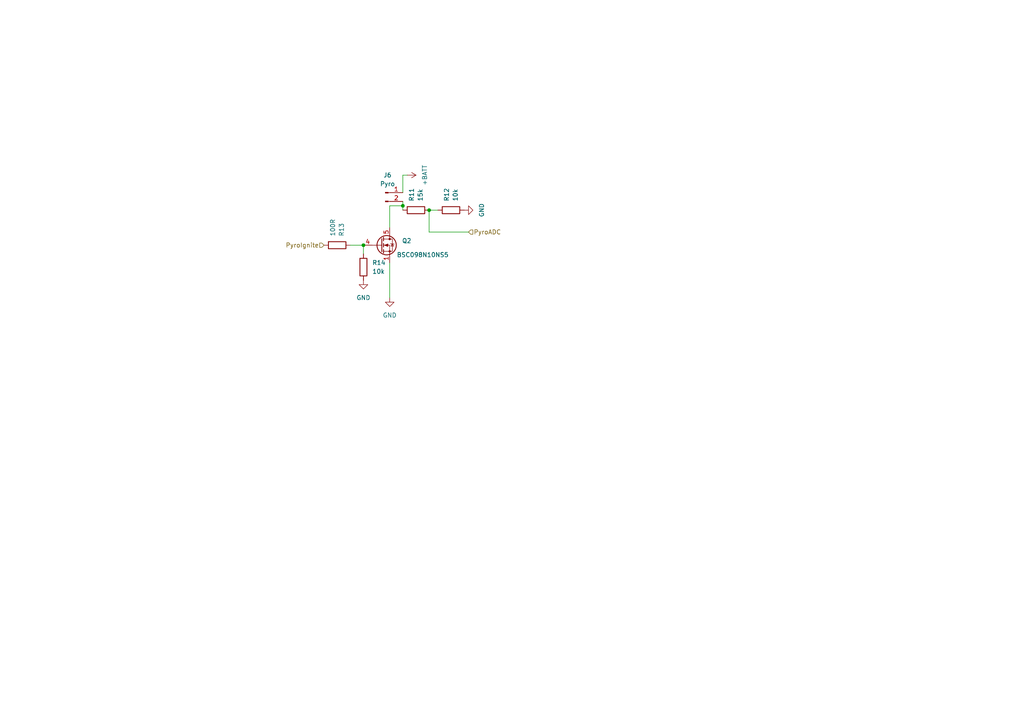
<source format=kicad_sch>
(kicad_sch (version 20250114) (generator "eeschema") (generator_version "9.0")
  (paper "A4")
  (lib_symbols
    (symbol "Connector:Conn_01x02_Pin" (pin_names (offset 1.016) (hide yes))
      (property "Reference" "J" (at 0 2.54 0))
      (property "Value" "Conn_01x02_Pin" (at 0 -5.08 0))
      (symbol "Conn_01x02_Pin_1_1"
        (rectangle (start 0.8636 0.127) (end 0 -0.127) (stroke (width 0.1524)) (fill (type outline)))
        (rectangle (start 0.8636 -2.413) (end 0 -2.667) (stroke (width 0.1524)) (fill (type outline)))
        (polyline (pts (xy 1.27 0) (xy 0.8636 0)) (stroke (width 0.1524)))
        (polyline (pts (xy 1.27 -2.54) (xy 0.8636 -2.54)) (stroke (width 0.1524)))
        (pin passive line (at 5.08 0 180) (length 3.81) (name "Pin_1") (number "1"))
        (pin passive line (at 5.08 -2.54 180) (length 3.81) (name "Pin_2") (number "2"))
      )
    )
    (symbol "Device:R" (pin_numbers (hide yes)) (pin_names (offset 0))
      (property "Reference" "R" (at 2.032 0 90))
      (property "Value" "R" (at 0 0 90))
      (symbol "R_0_1"
        (rectangle (start -1.016 -2.54) (end 1.016 2.54) (stroke (width 0.254)))
      )
      (symbol "R_1_1"
        (pin passive line (at 0 3.81 270) (length 1.27) (name "~") (number "1"))
        (pin passive line (at 0 -3.81 90) (length 1.27) (name "~") (number "2"))
      )
    )
    (symbol "Transistor_FET:BSC098N10NS5" (pin_names (hide yes))
      (property "Reference" "Q" (at 5.08 1.905 0))
      (property "Value" "BSC098N10NS5" (at 5.08 0 0))
      (symbol "BSC098N10NS5_0_1"
        (polyline (pts (xy 0.254 1.905) (xy 0.254 -1.905)) (stroke (width 0.254)))
        (polyline (pts (xy 0.254 0) (xy -2.54 0)))
        (polyline (pts (xy 0.762 2.286) (xy 0.762 1.27)) (stroke (width 0.254)))
        (polyline (pts (xy 0.762 0.508) (xy 0.762 -0.508)) (stroke (width 0.254)))
        (polyline (pts (xy 0.762 -1.27) (xy 0.762 -2.286)) (stroke (width 0.254)))
        (polyline (pts (xy 0.762 -1.778) (xy 3.302 -1.778) (xy 3.302 1.778) (xy 0.762 1.778)))
        (polyline (pts (xy 1.016 0) (xy 2.032 0.381) (xy 2.032 -0.381) (xy 1.016 0)) (fill (type outline)))
        (circle (center 1.651 0) (radius 2.794) (stroke (width 0.254)))
        (polyline (pts (xy 2.54 2.54) (xy 2.54 1.778)))
        (circle (center 2.54 1.778) (radius 0.254) (fill (type outline)))
        (circle (center 2.54 -1.778) (radius 0.254) (fill (type outline)))
        (polyline (pts (xy 2.54 -2.54) (xy 2.54 0) (xy 0.762 0)))
        (polyline (pts (xy 2.794 0.508) (xy 2.921 0.381) (xy 3.683 0.381) (xy 3.81 0.254)))
        (polyline (pts (xy 3.302 0.381) (xy 2.921 -0.254) (xy 3.683 -0.254) (xy 3.302 0.381)))
      )
      (symbol "BSC098N10NS5_1_1"
        (pin passive line (at -5.08 0 0) (length 2.54) (name "G") (number "4"))
        (pin passive line (at 2.54 5.08 270) (length 2.54) (name "D") (number "5"))
        (pin passive line (at 2.54 -5.08 90) (length 2.54) (name "S") (number "1"))
        (pin passive line (at 2.54 -5.08 90) (length 2.54) (hide yes) (name "S") (number "2"))
        (pin passive line (at 2.54 -5.08 90) (length 2.54) (hide yes) (name "S") (number "3"))
      )
    )
    (symbol "power:+BATT" (power) (pin_numbers (hide yes)) (pin_names (offset 0) (hide yes))
      (property "Value" "+BATT" (at 0 3.556 0))
      (symbol "+BATT_0_1"
        (polyline (pts (xy -0.762 1.27) (xy 0 2.54)))
        (polyline (pts (xy 0 2.54) (xy 0.762 1.27)))
        (polyline (pts (xy 0 0) (xy 0 2.54)))
      )
      (symbol "+BATT_1_1"
        (pin power_in line (at 0 0 90) (length 0) (name "~") (number "1"))
      )
    )
    (symbol "power:GND" (power) (pin_numbers (hide yes)) (pin_names (offset 0) (hide yes))
      (property "Value" "GND" (at 0 -3.81 0))
      (symbol "GND_0_1"
        (polyline (pts (xy 0 0) (xy 0 -1.27) (xy 1.27 -1.27) (xy 0 -2.54) (xy -1.27 -1.27) (xy 0 -1.27)))
      )
      (symbol "GND_1_1"
        (pin power_in line (at 0 0 270) (length 0) (name "~") (number "1"))
      )
    )
  )
  (junction (at 116.84 59.69))
  (junction (at 124.46 60.96))
  (junction (at 105.41 71.12))
  (wire (pts (xy 124.46 60.96) (xy 127 60.96)))
  (wire (pts (xy 113.03 59.69) (xy 113.03 66.04)))
  (wire (pts (xy 124.46 67.31) (xy 124.46 60.96)))
  (wire (pts (xy 116.84 59.69) (xy 116.84 58.42)))
  (wire (pts (xy 116.84 59.69) (xy 116.84 60.96)))
  (wire (pts (xy 116.84 50.8) (xy 118.11 50.8)))
  (wire (pts (xy 116.84 50.8) (xy 116.84 55.88)))
  (wire (pts (xy 105.41 71.12) (xy 105.41 73.66)))
  (wire (pts (xy 135.89 67.31) (xy 124.46 67.31)))
  (wire (pts (xy 101.6 71.12) (xy 105.41 71.12)))
  (wire (pts (xy 113.03 76.2) (xy 113.03 86.36)))
  (wire (pts (xy 113.03 59.69) (xy 116.84 59.69)))
  (hierarchical_label "PyroADC" (shape input) (at 135.89 67.31 0))
  (hierarchical_label "PyroIgnite" (shape input) (at 93.98 71.12 180))
  (symbol (lib_id "Device:R") (at 130.81 60.96 90) (unit 1)
    (property "Reference" "R12" (at 129.5399 58.42 0) (effects (justify left)))
    (property "Value" "10k" (at 132.0799 58.42 0) (effects (justify left)))
    (property "Footprint" "Resistor_SMD:R_0805_2012Metric" (effects (hide yes)))
    (property "Description" "Resistor" (effects (hide yes)))
  )
  (symbol (lib_id "power:+BATT") (at 118.11 50.8 270) (unit 1)
    (property "Reference" "#PWR07" (effects (hide yes)))
    (property "Value" "+BATT" (at 123.19 50.8 0))
    (property "Description" "Power symbol creates a global label with name \"+BATT\"" (effects (hide yes)))
  )
  (symbol (lib_id "Connector:Conn_01x02_Pin") (at 111.76 55.88 0) (unit 1)
    (property "Reference" "J6" (at 112.395 50.8 0))
    (property "Value" "Pyro" (at 112.395 53.34 0))
    (property "Footprint" "Connector_Molex:Molex_KK-254_AE-6410-02A_1x02_P2.54mm_Vertical" (effects (hide yes)))
    (property "Description" "Generic connector, single row, 01x02, script generated" (effects (hide yes)))
  )
  (symbol (lib_id "Device:R") (at 120.65 60.96 90) (unit 1)
    (property "Reference" "R11" (at 119.3799 58.42 0) (effects (justify left)))
    (property "Value" "15k" (at 121.9199 58.42 0) (effects (justify left)))
    (property "Footprint" "Resistor_SMD:R_0805_2012Metric" (effects (hide yes)))
    (property "Description" "Resistor" (effects (hide yes)))
  )
  (symbol (lib_id "power:GND") (at 105.41 81.28 0) (unit 1)
    (property "Reference" "#PWR0102" (effects (hide yes)))
    (property "Value" "GND" (at 105.41 86.36 0))
    (property "Description" "Power symbol creates a global label with name \"GND\" , ground" (effects (hide yes)))
  )
  (symbol (lib_id "Device:R") (at 105.41 77.47 0) (unit 1)
    (property "Reference" "R14" (at 107.95 76.1999 0) (effects (justify left)))
    (property "Value" "10k" (at 107.95 78.7399 0) (effects (justify left)))
    (property "Footprint" "Resistor_SMD:R_0805_2012Metric" (effects (hide yes)))
    (property "Description" "Resistor" (effects (hide yes)))
  )
  (symbol (lib_id "power:GND") (at 113.03 86.36 0) (unit 1)
    (property "Reference" "#PWR02" (effects (hide yes)))
    (property "Value" "GND" (at 113.03 91.44 0))
    (property "Description" "Power symbol creates a global label with name \"GND\" , ground" (effects (hide yes)))
  )
  (symbol (lib_id "Device:R") (at 97.79 71.12 270) (mirror x) (unit 1)
    (property "Reference" "R13" (at 99.0601 68.58 0) (effects (justify left)))
    (property "Value" "100R" (at 96.5201 68.58 0) (effects (justify left)))
    (property "Footprint" "Resistor_SMD:R_0805_2012Metric" (effects (hide yes)))
    (property "Description" "Resistor" (effects (hide yes)))
  )
  (symbol (lib_id "power:GND") (at 134.62 60.96 90) (unit 1)
    (property "Reference" "#PWR0103" (effects (hide yes)))
    (property "Value" "GND" (at 139.7 60.96 0))
    (property "Description" "Power symbol creates a global label with name \"GND\" , ground" (effects (hide yes)))
  )
  (symbol (lib_id "Transistor_FET:BSC098N10NS5") (at 110.49 71.12 0) (unit 1)
    (property "Reference" "Q2" (at 116.586 69.85 0) (effects (justify left)))
    (property "Value" "BSC098N10NS5" (at 115.062 73.914 0) (effects (justify left)))
    (property "Footprint" "Package_TO_SOT_SMD:SOT-23-5" (effects (hide yes)))
    (property "Datasheet" "http://www.infineon.com/dgdl/Infineon-BSC098N10NS5-DS-v02_00-EN.pdf?fileId=5546d4624ad04ef9014ae95ab4221bfd" (effects (hide yes)))
    (property "Description" "60A Id, 100V Vds, OptiMOS N-Channel Power MOSFET, 9.8mOhm Ron, Qg (typ) 22.0nC, PG-TDSON-8" (effects (hide yes)))
  )
)
</source>
